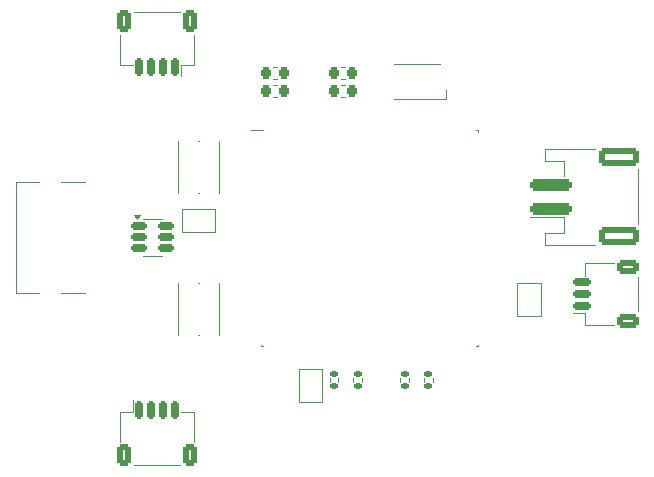
<source format=gbr>
%TF.GenerationSoftware,KiCad,Pcbnew,8.0.3-8.0.3-0~ubuntu23.10.1*%
%TF.CreationDate,2024-10-02T15:45:30-04:00*%
%TF.ProjectId,nPM1300-Stamp-Carrier,6e504d31-3330-4302-9d53-74616d702d43,rev?*%
%TF.SameCoordinates,Original*%
%TF.FileFunction,Legend,Top*%
%TF.FilePolarity,Positive*%
%FSLAX46Y46*%
G04 Gerber Fmt 4.6, Leading zero omitted, Abs format (unit mm)*
G04 Created by KiCad (PCBNEW 8.0.3-8.0.3-0~ubuntu23.10.1) date 2024-10-02 15:45:30*
%MOMM*%
%LPD*%
G01*
G04 APERTURE LIST*
G04 Aperture macros list*
%AMRoundRect*
0 Rectangle with rounded corners*
0 $1 Rounding radius*
0 $2 $3 $4 $5 $6 $7 $8 $9 X,Y pos of 4 corners*
0 Add a 4 corners polygon primitive as box body*
4,1,4,$2,$3,$4,$5,$6,$7,$8,$9,$2,$3,0*
0 Add four circle primitives for the rounded corners*
1,1,$1+$1,$2,$3*
1,1,$1+$1,$4,$5*
1,1,$1+$1,$6,$7*
1,1,$1+$1,$8,$9*
0 Add four rect primitives between the rounded corners*
20,1,$1+$1,$2,$3,$4,$5,0*
20,1,$1+$1,$4,$5,$6,$7,0*
20,1,$1+$1,$6,$7,$8,$9,0*
20,1,$1+$1,$8,$9,$2,$3,0*%
G04 Aperture macros list end*
%ADD10C,0.120000*%
%ADD11C,2.900000*%
%ADD12C,5.000000*%
%ADD13RoundRect,0.150000X0.150000X0.625000X-0.150000X0.625000X-0.150000X-0.625000X0.150000X-0.625000X0*%
%ADD14RoundRect,0.250000X0.350000X0.650000X-0.350000X0.650000X-0.350000X-0.650000X0.350000X-0.650000X0*%
%ADD15R,1.500000X1.000000*%
%ADD16RoundRect,0.135000X-0.185000X0.135000X-0.185000X-0.135000X0.185000X-0.135000X0.185000X0.135000X0*%
%ADD17RoundRect,0.225000X-0.225000X-0.250000X0.225000X-0.250000X0.225000X0.250000X-0.225000X0.250000X0*%
%ADD18RoundRect,0.150000X0.625000X-0.150000X0.625000X0.150000X-0.625000X0.150000X-0.625000X-0.150000X0*%
%ADD19RoundRect,0.250000X0.650000X-0.350000X0.650000X0.350000X-0.650000X0.350000X-0.650000X-0.350000X0*%
%ADD20R,1.000000X1.500000*%
%ADD21RoundRect,0.150000X-0.512500X-0.150000X0.512500X-0.150000X0.512500X0.150000X-0.512500X0.150000X0*%
%ADD22RoundRect,0.135000X0.185000X-0.135000X0.185000X0.135000X-0.185000X0.135000X-0.185000X-0.135000X0*%
%ADD23R,0.650000X1.050000*%
%ADD24RoundRect,0.225000X0.225000X0.250000X-0.225000X0.250000X-0.225000X-0.250000X0.225000X-0.250000X0*%
%ADD25O,2.000000X1.000000*%
%ADD26O,1.000000X2.000000*%
%ADD27RoundRect,0.150000X-0.150000X-0.625000X0.150000X-0.625000X0.150000X0.625000X-0.150000X0.625000X0*%
%ADD28RoundRect,0.250000X-0.350000X-0.650000X0.350000X-0.650000X0.350000X0.650000X-0.350000X0.650000X0*%
%ADD29R,1.500000X1.100000*%
%ADD30C,0.650000*%
%ADD31R,1.450000X0.600000*%
%ADD32R,1.450000X0.300000*%
%ADD33O,2.100000X1.000000*%
%ADD34O,1.600000X1.000000*%
%ADD35RoundRect,0.250000X1.500000X-0.250000X1.500000X0.250000X-1.500000X0.250000X-1.500000X-0.250000X0*%
%ADD36RoundRect,0.250001X1.449999X-0.499999X1.449999X0.499999X-1.449999X0.499999X-1.449999X-0.499999X0*%
%ADD37R,1.700000X1.700000*%
%ADD38O,1.700000X1.700000*%
G04 APERTURE END LIST*
D10*
%TO.C,J3*%
X137890000Y-85785000D02*
X137890000Y-88285000D01*
X137890000Y-88285000D02*
X138940000Y-88285000D01*
X142940000Y-83815000D02*
X139060000Y-83815000D01*
X143060000Y-88285000D02*
X143060000Y-89275000D01*
X144110000Y-85785000D02*
X144110000Y-88285000D01*
X144110000Y-88285000D02*
X143060000Y-88285000D01*
%TO.C,JP4*%
X153000000Y-114100000D02*
X155000000Y-114100000D01*
X153000000Y-116900000D02*
X153000000Y-114100000D01*
X155000000Y-114100000D02*
X155000000Y-116900000D01*
X155000000Y-116900000D02*
X153000000Y-116900000D01*
%TO.C,R1*%
X163620000Y-114846359D02*
X163620000Y-115153641D01*
X164380000Y-114846359D02*
X164380000Y-115153641D01*
%TO.C,C2*%
X156634420Y-88490000D02*
X156915580Y-88490000D01*
X156634420Y-89510000D02*
X156915580Y-89510000D01*
%TO.C,J5*%
X177240000Y-105115000D02*
X177240000Y-106165000D01*
X177240000Y-109285000D02*
X176250000Y-109285000D01*
X177240000Y-110335000D02*
X177240000Y-109285000D01*
X179740000Y-105115000D02*
X177240000Y-105115000D01*
X179740000Y-110335000D02*
X177240000Y-110335000D01*
X181710000Y-109165000D02*
X181710000Y-106285000D01*
%TO.C,JP5*%
X143100000Y-100500000D02*
X145900000Y-100500000D01*
X143100000Y-102500000D02*
X143100000Y-100500000D01*
X145900000Y-100500000D02*
X145900000Y-102500000D01*
X145900000Y-102500000D02*
X143100000Y-102500000D01*
%TO.C,U3*%
X140600000Y-101340000D02*
X139800000Y-101340000D01*
X140600000Y-101340000D02*
X141400000Y-101340000D01*
X140600000Y-104460000D02*
X139800000Y-104460000D01*
X140600000Y-104460000D02*
X141400000Y-104460000D01*
X139300000Y-101390000D02*
X139060000Y-101060000D01*
X139540000Y-101060000D01*
X139300000Y-101390000D01*
G36*
X139300000Y-101390000D02*
G01*
X139060000Y-101060000D01*
X139540000Y-101060000D01*
X139300000Y-101390000D01*
G37*
%TO.C,R4*%
X157620000Y-115153641D02*
X157620000Y-114846359D01*
X158380000Y-115153641D02*
X158380000Y-114846359D01*
%TO.C,SW1*%
X142750000Y-106800000D02*
X142750000Y-111200000D01*
X144550000Y-106800000D02*
X144450000Y-106800000D01*
X144550000Y-111200000D02*
X144450000Y-111200000D01*
X146250000Y-111200000D02*
X146250000Y-106800000D01*
%TO.C,R2*%
X161620000Y-114846359D02*
X161620000Y-115153641D01*
X162380000Y-114846359D02*
X162380000Y-115153641D01*
%TO.C,C3*%
X151140580Y-88490000D02*
X150859420Y-88490000D01*
X151140580Y-89510000D02*
X150859420Y-89510000D01*
%TO.C,C4*%
X151140580Y-89990000D02*
X150859420Y-89990000D01*
X151140580Y-91010000D02*
X150859420Y-91010000D01*
%TO.C,R3*%
X155620000Y-115153641D02*
X155620000Y-114846359D01*
X156380000Y-115153641D02*
X156380000Y-114846359D01*
%TO.C,U1*%
X149850000Y-112150000D02*
X149850000Y-112000000D01*
X150000000Y-93850000D02*
X149000000Y-93850000D01*
X150000000Y-112150000D02*
X149850000Y-112150000D01*
X168000000Y-93850000D02*
X168150000Y-93850000D01*
X168000000Y-112150000D02*
X168150000Y-112150000D01*
X168150000Y-93850000D02*
X168150000Y-94000000D01*
X168150000Y-112150000D02*
X168150000Y-112000000D01*
%TO.C,J2*%
X137890000Y-117715000D02*
X138940000Y-117715000D01*
X137890000Y-120215000D02*
X137890000Y-117715000D01*
X138940000Y-117715000D02*
X138940000Y-116725000D01*
X139060000Y-122185000D02*
X142940000Y-122185000D01*
X144110000Y-117715000D02*
X143060000Y-117715000D01*
X144110000Y-120215000D02*
X144110000Y-117715000D01*
%TO.C,D1*%
X164950000Y-88200000D02*
X161050000Y-88200000D01*
X165500000Y-90400000D02*
X165500000Y-91200000D01*
X165500044Y-91200000D02*
X161050000Y-91200000D01*
%TO.C,JP3*%
X171490000Y-106790000D02*
X173490000Y-106790000D01*
X171490000Y-109590000D02*
X171490000Y-106790000D01*
X173490000Y-106790000D02*
X173490000Y-109590000D01*
X173490000Y-109590000D02*
X171490000Y-109590000D01*
%TO.C,J1*%
X129100000Y-98200000D02*
X129100000Y-107600000D01*
X131000000Y-98200000D02*
X129100000Y-98200000D01*
X131000000Y-107600000D02*
X129100000Y-107600000D01*
X134900000Y-98200000D02*
X132900000Y-98200000D01*
X134900000Y-107600000D02*
X132900000Y-107600000D01*
%TO.C,J4*%
X173890000Y-95415000D02*
X173890000Y-96435000D01*
X173890000Y-96435000D02*
X175490000Y-96435000D01*
X173890000Y-102515000D02*
X175490000Y-102515000D01*
X173890000Y-103535000D02*
X173890000Y-102515000D01*
X175490000Y-96435000D02*
X175490000Y-97715000D01*
X175490000Y-101235000D02*
X172600000Y-101235000D01*
X175490000Y-102515000D02*
X175490000Y-101235000D01*
X178140000Y-95415000D02*
X173890000Y-95415000D01*
X178140000Y-103535000D02*
X173890000Y-103535000D01*
X181710000Y-101815000D02*
X181710000Y-97135000D01*
%TO.C,C1*%
X156634420Y-89990000D02*
X156915580Y-89990000D01*
X156634420Y-91010000D02*
X156915580Y-91010000D01*
%TO.C,SW2*%
X142750000Y-94800000D02*
X142750000Y-99200000D01*
X144450000Y-94800000D02*
X144550000Y-94800000D01*
X144450000Y-99200000D02*
X144550000Y-99200000D01*
X146250000Y-99200000D02*
X146250000Y-94800000D01*
%TD*%
%LPC*%
D11*
%TO.C,H4*%
X179000000Y-119500000D03*
D12*
X179000000Y-119500000D03*
%TD*%
D13*
%TO.C,J3*%
X142500000Y-88500000D03*
X141500000Y-88500000D03*
X140500000Y-88500000D03*
X139500000Y-88500000D03*
D14*
X143800000Y-84625000D03*
X138200000Y-84625000D03*
%TD*%
D15*
%TO.C,JP4*%
X154000000Y-114850000D03*
X154000000Y-116150000D03*
%TD*%
D16*
%TO.C,R1*%
X164000000Y-114490000D03*
X164000000Y-115510000D03*
%TD*%
D17*
%TO.C,C2*%
X156000000Y-89000000D03*
X157550000Y-89000000D03*
%TD*%
D18*
%TO.C,J5*%
X177025000Y-108725000D03*
X177025000Y-107725000D03*
X177025000Y-106725000D03*
D19*
X180900000Y-110025000D03*
X180900000Y-105425000D03*
%TD*%
D20*
%TO.C,JP5*%
X143850000Y-101500000D03*
X145150000Y-101500000D03*
%TD*%
D21*
%TO.C,U3*%
X139462500Y-101950000D03*
X139462500Y-102900000D03*
X139462500Y-103850000D03*
X141737500Y-103850000D03*
X141737500Y-102900000D03*
X141737500Y-101950000D03*
%TD*%
D22*
%TO.C,R4*%
X158000000Y-115510000D03*
X158000000Y-114490000D03*
%TD*%
D23*
%TO.C,SW1*%
X143425000Y-111075000D03*
X143425000Y-106925000D03*
X145575000Y-111075000D03*
X145575000Y-106950000D03*
%TD*%
D16*
%TO.C,R2*%
X162000000Y-114490000D03*
X162000000Y-115510000D03*
%TD*%
D24*
%TO.C,C3*%
X151775000Y-89000000D03*
X150225000Y-89000000D03*
%TD*%
%TO.C,C4*%
X151775000Y-90500000D03*
X150225000Y-90500000D03*
%TD*%
D22*
%TO.C,R3*%
X156000000Y-115510000D03*
X156000000Y-114490000D03*
%TD*%
D25*
%TO.C,U1*%
X149500000Y-96000000D03*
X149500000Y-98000000D03*
X149500000Y-100000000D03*
X149500000Y-102000000D03*
X149500000Y-104000000D03*
X149500000Y-106000000D03*
X149500000Y-108000000D03*
X149500000Y-110000000D03*
D26*
X152000000Y-112500000D03*
X154000000Y-112500000D03*
X156000000Y-112500000D03*
X158000000Y-112500000D03*
X160000000Y-112500000D03*
X162000000Y-112500000D03*
X164000000Y-112500000D03*
X166000000Y-112500000D03*
D25*
X168500000Y-110000000D03*
X168500000Y-108000000D03*
X168500000Y-106000000D03*
X168500000Y-104000000D03*
X168500000Y-102000000D03*
X168500000Y-100000000D03*
X168500000Y-98000000D03*
X168500000Y-96000000D03*
D26*
X166000000Y-93500000D03*
X164000000Y-93500000D03*
X162000000Y-93500000D03*
X160000000Y-93500000D03*
X158000000Y-93500000D03*
X156000000Y-93500000D03*
X154000000Y-93500000D03*
X152000000Y-93500000D03*
%TD*%
D27*
%TO.C,J2*%
X139500000Y-117500000D03*
X140500000Y-117500000D03*
X141500000Y-117500000D03*
X142500000Y-117500000D03*
D28*
X138200000Y-121375000D03*
X143800000Y-121375000D03*
%TD*%
D11*
%TO.C,H3*%
X179000000Y-86500000D03*
D12*
X179000000Y-86500000D03*
%TD*%
D29*
%TO.C,D1*%
X164500000Y-90450000D03*
X161500000Y-90450000D03*
X161500000Y-88950000D03*
X164500000Y-88950000D03*
%TD*%
D15*
%TO.C,JP3*%
X172490000Y-108840000D03*
X172490000Y-107540000D03*
%TD*%
D30*
%TO.C,J1*%
X135600000Y-100010000D03*
X135600000Y-105790000D03*
D31*
X137045000Y-99650000D03*
X137045000Y-100450000D03*
D32*
X137045000Y-101650000D03*
X137045000Y-102650000D03*
X137045000Y-103150000D03*
X137045000Y-104150000D03*
D31*
X137045000Y-105350000D03*
X137045000Y-106150000D03*
X137045000Y-106150000D03*
X137045000Y-105350000D03*
D32*
X137045000Y-104650000D03*
X137045000Y-103650000D03*
X137045000Y-102150000D03*
X137045000Y-101150000D03*
D31*
X137045000Y-100450000D03*
X137045000Y-99650000D03*
D33*
X136130000Y-98580000D03*
D34*
X131950000Y-98580000D03*
D33*
X136130000Y-107220000D03*
D34*
X131950000Y-107220000D03*
%TD*%
D35*
%TO.C,J4*%
X174350000Y-100475000D03*
X174350000Y-98475000D03*
D36*
X180100000Y-102825000D03*
X180100000Y-96125000D03*
%TD*%
D11*
%TO.C,H2*%
X134000000Y-119500000D03*
D12*
X134000000Y-119500000D03*
%TD*%
D11*
%TO.C,H1*%
X134000000Y-86500000D03*
D12*
X134000000Y-86500000D03*
%TD*%
D17*
%TO.C,C1*%
X156000000Y-90500000D03*
X157550000Y-90500000D03*
%TD*%
D23*
%TO.C,SW2*%
X145575000Y-94925000D03*
X145575000Y-99075000D03*
X143425000Y-94925000D03*
X143425000Y-99050000D03*
%TD*%
D37*
%TO.C,J8*%
X147575000Y-85500000D03*
D38*
X150115000Y-85500000D03*
X152655000Y-85500000D03*
X155195000Y-85500000D03*
X157735000Y-85500000D03*
X160275000Y-85500000D03*
X162815000Y-85500000D03*
X165355000Y-85500000D03*
X167895000Y-85500000D03*
X170435000Y-85500000D03*
%TD*%
D37*
%TO.C,J6*%
X147575000Y-120500000D03*
D38*
X150115000Y-120500000D03*
X152655000Y-120500000D03*
X155195000Y-120500000D03*
X157735000Y-120500000D03*
X160275000Y-120500000D03*
X162815000Y-120500000D03*
X165355000Y-120500000D03*
X167895000Y-120500000D03*
X170435000Y-120500000D03*
%TD*%
%LPD*%
M02*

</source>
